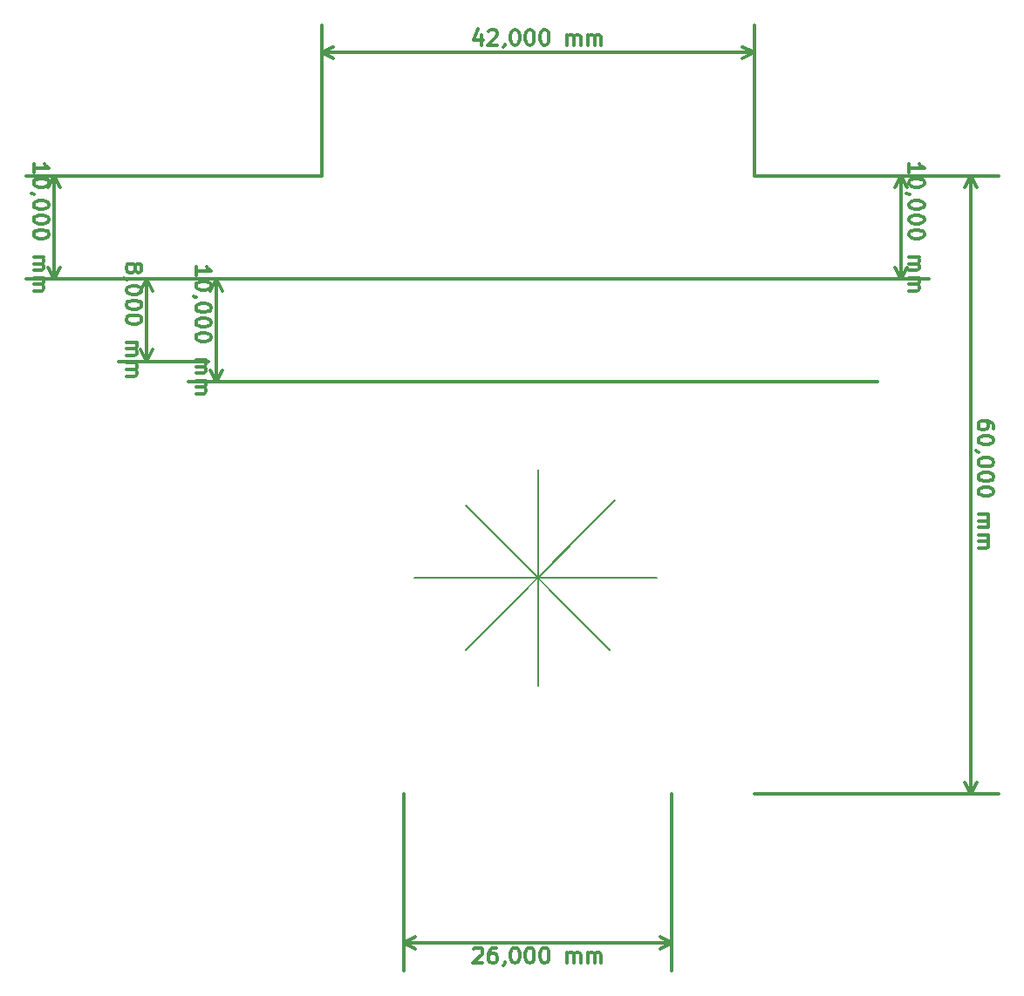
<source format=gbr>
G04 (created by PCBNEW (2013-07-07 BZR 4022)-stable) date 7.12.2014. 23:29:36*
%MOIN*%
G04 Gerber Fmt 3.4, Leading zero omitted, Abs format*
%FSLAX34Y34*%
G01*
G70*
G90*
G04 APERTURE LIST*
%ADD10C,0.00590551*%
%ADD11C,0.011811*%
%ADD12C,0.00787402*%
G04 APERTURE END LIST*
G54D10*
G54D11*
X5036Y-12556D02*
X5036Y-12218D01*
X5036Y-12387D02*
X5627Y-12387D01*
X5542Y-12331D01*
X5486Y-12275D01*
X5458Y-12218D01*
X5627Y-12921D02*
X5627Y-12978D01*
X5598Y-13034D01*
X5570Y-13062D01*
X5514Y-13090D01*
X5402Y-13118D01*
X5261Y-13118D01*
X5149Y-13090D01*
X5092Y-13062D01*
X5064Y-13034D01*
X5036Y-12978D01*
X5036Y-12921D01*
X5064Y-12865D01*
X5092Y-12837D01*
X5149Y-12809D01*
X5261Y-12781D01*
X5402Y-12781D01*
X5514Y-12809D01*
X5570Y-12837D01*
X5598Y-12865D01*
X5627Y-12921D01*
X5064Y-13399D02*
X5036Y-13399D01*
X4980Y-13371D01*
X4952Y-13343D01*
X5627Y-13765D02*
X5627Y-13821D01*
X5598Y-13877D01*
X5570Y-13906D01*
X5514Y-13934D01*
X5402Y-13962D01*
X5261Y-13962D01*
X5149Y-13934D01*
X5092Y-13906D01*
X5064Y-13877D01*
X5036Y-13821D01*
X5036Y-13765D01*
X5064Y-13709D01*
X5092Y-13681D01*
X5149Y-13652D01*
X5261Y-13624D01*
X5402Y-13624D01*
X5514Y-13652D01*
X5570Y-13681D01*
X5598Y-13709D01*
X5627Y-13765D01*
X5627Y-14327D02*
X5627Y-14384D01*
X5598Y-14440D01*
X5570Y-14468D01*
X5514Y-14496D01*
X5402Y-14524D01*
X5261Y-14524D01*
X5149Y-14496D01*
X5092Y-14468D01*
X5064Y-14440D01*
X5036Y-14384D01*
X5036Y-14327D01*
X5064Y-14271D01*
X5092Y-14243D01*
X5149Y-14215D01*
X5261Y-14187D01*
X5402Y-14187D01*
X5514Y-14215D01*
X5570Y-14243D01*
X5598Y-14271D01*
X5627Y-14327D01*
X5627Y-14890D02*
X5627Y-14946D01*
X5598Y-15002D01*
X5570Y-15030D01*
X5514Y-15059D01*
X5402Y-15087D01*
X5261Y-15087D01*
X5149Y-15059D01*
X5092Y-15030D01*
X5064Y-15002D01*
X5036Y-14946D01*
X5036Y-14890D01*
X5064Y-14834D01*
X5092Y-14805D01*
X5149Y-14777D01*
X5261Y-14749D01*
X5402Y-14749D01*
X5514Y-14777D01*
X5570Y-14805D01*
X5598Y-14834D01*
X5627Y-14890D01*
X5036Y-15790D02*
X5430Y-15790D01*
X5374Y-15790D02*
X5402Y-15818D01*
X5430Y-15874D01*
X5430Y-15958D01*
X5402Y-16015D01*
X5345Y-16043D01*
X5036Y-16043D01*
X5345Y-16043D02*
X5402Y-16071D01*
X5430Y-16127D01*
X5430Y-16212D01*
X5402Y-16268D01*
X5345Y-16296D01*
X5036Y-16296D01*
X5036Y-16577D02*
X5430Y-16577D01*
X5374Y-16577D02*
X5402Y-16605D01*
X5430Y-16661D01*
X5430Y-16746D01*
X5402Y-16802D01*
X5345Y-16830D01*
X5036Y-16830D01*
X5345Y-16830D02*
X5402Y-16858D01*
X5430Y-16915D01*
X5430Y-16999D01*
X5402Y-17055D01*
X5345Y-17083D01*
X5036Y-17083D01*
X5807Y-12696D02*
X5807Y-16633D01*
X31102Y-12696D02*
X4744Y-12696D01*
X31102Y-16633D02*
X4744Y-16633D01*
X5807Y-16633D02*
X5576Y-16190D01*
X5807Y-16633D02*
X6037Y-16190D01*
X5807Y-12696D02*
X5576Y-13140D01*
X5807Y-12696D02*
X6037Y-13140D01*
X32280Y-8619D02*
X32280Y-8281D01*
X32280Y-8450D02*
X32871Y-8450D01*
X32786Y-8394D01*
X32730Y-8338D01*
X32702Y-8281D01*
X32871Y-8984D02*
X32871Y-9041D01*
X32843Y-9097D01*
X32814Y-9125D01*
X32758Y-9153D01*
X32646Y-9181D01*
X32505Y-9181D01*
X32393Y-9153D01*
X32336Y-9125D01*
X32308Y-9097D01*
X32280Y-9041D01*
X32280Y-8984D01*
X32308Y-8928D01*
X32336Y-8900D01*
X32393Y-8872D01*
X32505Y-8844D01*
X32646Y-8844D01*
X32758Y-8872D01*
X32814Y-8900D01*
X32843Y-8928D01*
X32871Y-8984D01*
X32308Y-9462D02*
X32280Y-9462D01*
X32224Y-9434D01*
X32196Y-9406D01*
X32871Y-9828D02*
X32871Y-9884D01*
X32843Y-9940D01*
X32814Y-9969D01*
X32758Y-9997D01*
X32646Y-10025D01*
X32505Y-10025D01*
X32393Y-9997D01*
X32336Y-9969D01*
X32308Y-9940D01*
X32280Y-9884D01*
X32280Y-9828D01*
X32308Y-9772D01*
X32336Y-9744D01*
X32393Y-9715D01*
X32505Y-9687D01*
X32646Y-9687D01*
X32758Y-9715D01*
X32814Y-9744D01*
X32843Y-9772D01*
X32871Y-9828D01*
X32871Y-10390D02*
X32871Y-10447D01*
X32843Y-10503D01*
X32814Y-10531D01*
X32758Y-10559D01*
X32646Y-10587D01*
X32505Y-10587D01*
X32393Y-10559D01*
X32336Y-10531D01*
X32308Y-10503D01*
X32280Y-10447D01*
X32280Y-10390D01*
X32308Y-10334D01*
X32336Y-10306D01*
X32393Y-10278D01*
X32505Y-10250D01*
X32646Y-10250D01*
X32758Y-10278D01*
X32814Y-10306D01*
X32843Y-10334D01*
X32871Y-10390D01*
X32871Y-10953D02*
X32871Y-11009D01*
X32843Y-11065D01*
X32814Y-11093D01*
X32758Y-11122D01*
X32646Y-11150D01*
X32505Y-11150D01*
X32393Y-11122D01*
X32336Y-11093D01*
X32308Y-11065D01*
X32280Y-11009D01*
X32280Y-10953D01*
X32308Y-10897D01*
X32336Y-10868D01*
X32393Y-10840D01*
X32505Y-10812D01*
X32646Y-10812D01*
X32758Y-10840D01*
X32814Y-10868D01*
X32843Y-10897D01*
X32871Y-10953D01*
X32280Y-11853D02*
X32674Y-11853D01*
X32618Y-11853D02*
X32646Y-11881D01*
X32674Y-11937D01*
X32674Y-12021D01*
X32646Y-12078D01*
X32589Y-12106D01*
X32280Y-12106D01*
X32589Y-12106D02*
X32646Y-12134D01*
X32674Y-12190D01*
X32674Y-12275D01*
X32646Y-12331D01*
X32589Y-12359D01*
X32280Y-12359D01*
X32280Y-12640D02*
X32674Y-12640D01*
X32618Y-12640D02*
X32646Y-12668D01*
X32674Y-12724D01*
X32674Y-12809D01*
X32646Y-12865D01*
X32589Y-12893D01*
X32280Y-12893D01*
X32589Y-12893D02*
X32646Y-12921D01*
X32674Y-12978D01*
X32674Y-13062D01*
X32646Y-13118D01*
X32589Y-13146D01*
X32280Y-13146D01*
X31988Y-8759D02*
X31988Y-12696D01*
X31003Y-8759D02*
X33051Y-8759D01*
X31003Y-12696D02*
X33051Y-12696D01*
X31988Y-12696D02*
X31757Y-12253D01*
X31988Y-12696D02*
X32219Y-12253D01*
X31988Y-8759D02*
X31757Y-9203D01*
X31988Y-8759D02*
X32219Y-9203D01*
G54D12*
X15354Y-21358D02*
X20866Y-26870D01*
X18110Y-24114D02*
X15354Y-21358D01*
X21062Y-21161D02*
X15354Y-26870D01*
X18110Y-24114D02*
X21062Y-21161D01*
X18110Y-19980D02*
X18110Y-28248D01*
X13385Y-24114D02*
X22637Y-24114D01*
G54D11*
X-1164Y-8619D02*
X-1164Y-8281D01*
X-1164Y-8450D02*
X-573Y-8450D01*
X-658Y-8394D01*
X-714Y-8338D01*
X-742Y-8281D01*
X-573Y-8984D02*
X-573Y-9041D01*
X-601Y-9097D01*
X-629Y-9125D01*
X-686Y-9153D01*
X-798Y-9181D01*
X-939Y-9181D01*
X-1051Y-9153D01*
X-1107Y-9125D01*
X-1136Y-9097D01*
X-1164Y-9041D01*
X-1164Y-8984D01*
X-1136Y-8928D01*
X-1107Y-8900D01*
X-1051Y-8872D01*
X-939Y-8844D01*
X-798Y-8844D01*
X-686Y-8872D01*
X-629Y-8900D01*
X-601Y-8928D01*
X-573Y-8984D01*
X-1136Y-9462D02*
X-1164Y-9462D01*
X-1220Y-9434D01*
X-1248Y-9406D01*
X-573Y-9828D02*
X-573Y-9884D01*
X-601Y-9940D01*
X-629Y-9969D01*
X-686Y-9997D01*
X-798Y-10025D01*
X-939Y-10025D01*
X-1051Y-9997D01*
X-1107Y-9969D01*
X-1136Y-9940D01*
X-1164Y-9884D01*
X-1164Y-9828D01*
X-1136Y-9772D01*
X-1107Y-9744D01*
X-1051Y-9715D01*
X-939Y-9687D01*
X-798Y-9687D01*
X-686Y-9715D01*
X-629Y-9744D01*
X-601Y-9772D01*
X-573Y-9828D01*
X-573Y-10390D02*
X-573Y-10447D01*
X-601Y-10503D01*
X-629Y-10531D01*
X-686Y-10559D01*
X-798Y-10587D01*
X-939Y-10587D01*
X-1051Y-10559D01*
X-1107Y-10531D01*
X-1136Y-10503D01*
X-1164Y-10447D01*
X-1164Y-10390D01*
X-1136Y-10334D01*
X-1107Y-10306D01*
X-1051Y-10278D01*
X-939Y-10250D01*
X-798Y-10250D01*
X-686Y-10278D01*
X-629Y-10306D01*
X-601Y-10334D01*
X-573Y-10390D01*
X-573Y-10953D02*
X-573Y-11009D01*
X-601Y-11065D01*
X-629Y-11093D01*
X-686Y-11122D01*
X-798Y-11150D01*
X-939Y-11150D01*
X-1051Y-11122D01*
X-1107Y-11093D01*
X-1136Y-11065D01*
X-1164Y-11009D01*
X-1164Y-10953D01*
X-1136Y-10897D01*
X-1107Y-10868D01*
X-1051Y-10840D01*
X-939Y-10812D01*
X-798Y-10812D01*
X-686Y-10840D01*
X-629Y-10868D01*
X-601Y-10897D01*
X-573Y-10953D01*
X-1164Y-11853D02*
X-770Y-11853D01*
X-826Y-11853D02*
X-798Y-11881D01*
X-770Y-11937D01*
X-770Y-12021D01*
X-798Y-12078D01*
X-854Y-12106D01*
X-1164Y-12106D01*
X-854Y-12106D02*
X-798Y-12134D01*
X-770Y-12190D01*
X-770Y-12275D01*
X-798Y-12331D01*
X-854Y-12359D01*
X-1164Y-12359D01*
X-1164Y-12640D02*
X-770Y-12640D01*
X-826Y-12640D02*
X-798Y-12668D01*
X-770Y-12724D01*
X-770Y-12809D01*
X-798Y-12865D01*
X-854Y-12893D01*
X-1164Y-12893D01*
X-854Y-12893D02*
X-798Y-12921D01*
X-770Y-12978D01*
X-770Y-13062D01*
X-798Y-13118D01*
X-854Y-13146D01*
X-1164Y-13146D01*
X-393Y-8759D02*
X-393Y-12696D01*
X9842Y-8759D02*
X-1456Y-8759D01*
X9842Y-12696D02*
X-1456Y-12696D01*
X-393Y-12696D02*
X-624Y-12253D01*
X-393Y-12696D02*
X-162Y-12253D01*
X-393Y-8759D02*
X-624Y-9203D01*
X-393Y-8759D02*
X-162Y-9203D01*
X15663Y-38326D02*
X15691Y-38298D01*
X15748Y-38270D01*
X15888Y-38270D01*
X15944Y-38298D01*
X15973Y-38326D01*
X16001Y-38383D01*
X16001Y-38439D01*
X15973Y-38523D01*
X15635Y-38861D01*
X16001Y-38861D01*
X16507Y-38270D02*
X16394Y-38270D01*
X16338Y-38298D01*
X16310Y-38326D01*
X16254Y-38411D01*
X16226Y-38523D01*
X16226Y-38748D01*
X16254Y-38804D01*
X16282Y-38832D01*
X16338Y-38861D01*
X16451Y-38861D01*
X16507Y-38832D01*
X16535Y-38804D01*
X16563Y-38748D01*
X16563Y-38607D01*
X16535Y-38551D01*
X16507Y-38523D01*
X16451Y-38495D01*
X16338Y-38495D01*
X16282Y-38523D01*
X16254Y-38551D01*
X16226Y-38607D01*
X16844Y-38832D02*
X16844Y-38861D01*
X16816Y-38917D01*
X16788Y-38945D01*
X17210Y-38270D02*
X17266Y-38270D01*
X17322Y-38298D01*
X17350Y-38326D01*
X17379Y-38383D01*
X17407Y-38495D01*
X17407Y-38636D01*
X17379Y-38748D01*
X17350Y-38804D01*
X17322Y-38832D01*
X17266Y-38861D01*
X17210Y-38861D01*
X17154Y-38832D01*
X17125Y-38804D01*
X17097Y-38748D01*
X17069Y-38636D01*
X17069Y-38495D01*
X17097Y-38383D01*
X17125Y-38326D01*
X17154Y-38298D01*
X17210Y-38270D01*
X17772Y-38270D02*
X17829Y-38270D01*
X17885Y-38298D01*
X17913Y-38326D01*
X17941Y-38383D01*
X17969Y-38495D01*
X17969Y-38636D01*
X17941Y-38748D01*
X17913Y-38804D01*
X17885Y-38832D01*
X17829Y-38861D01*
X17772Y-38861D01*
X17716Y-38832D01*
X17688Y-38804D01*
X17660Y-38748D01*
X17632Y-38636D01*
X17632Y-38495D01*
X17660Y-38383D01*
X17688Y-38326D01*
X17716Y-38298D01*
X17772Y-38270D01*
X18335Y-38270D02*
X18391Y-38270D01*
X18447Y-38298D01*
X18475Y-38326D01*
X18503Y-38383D01*
X18532Y-38495D01*
X18532Y-38636D01*
X18503Y-38748D01*
X18475Y-38804D01*
X18447Y-38832D01*
X18391Y-38861D01*
X18335Y-38861D01*
X18278Y-38832D01*
X18250Y-38804D01*
X18222Y-38748D01*
X18194Y-38636D01*
X18194Y-38495D01*
X18222Y-38383D01*
X18250Y-38326D01*
X18278Y-38298D01*
X18335Y-38270D01*
X19235Y-38861D02*
X19235Y-38467D01*
X19235Y-38523D02*
X19263Y-38495D01*
X19319Y-38467D01*
X19403Y-38467D01*
X19460Y-38495D01*
X19488Y-38551D01*
X19488Y-38861D01*
X19488Y-38551D02*
X19516Y-38495D01*
X19572Y-38467D01*
X19656Y-38467D01*
X19713Y-38495D01*
X19741Y-38551D01*
X19741Y-38861D01*
X20022Y-38861D02*
X20022Y-38467D01*
X20022Y-38523D02*
X20050Y-38495D01*
X20106Y-38467D01*
X20191Y-38467D01*
X20247Y-38495D01*
X20275Y-38551D01*
X20275Y-38861D01*
X20275Y-38551D02*
X20303Y-38495D01*
X20359Y-38467D01*
X20444Y-38467D01*
X20500Y-38495D01*
X20528Y-38551D01*
X20528Y-38861D01*
X12992Y-38090D02*
X23228Y-38090D01*
X12992Y-32381D02*
X12992Y-39153D01*
X23228Y-32381D02*
X23228Y-39153D01*
X23228Y-38090D02*
X22784Y-38321D01*
X23228Y-38090D02*
X22784Y-37859D01*
X12992Y-38090D02*
X13435Y-38321D01*
X12992Y-38090D02*
X13435Y-37859D01*
X2716Y-12218D02*
X2744Y-12162D01*
X2772Y-12134D01*
X2829Y-12106D01*
X2857Y-12106D01*
X2913Y-12134D01*
X2941Y-12162D01*
X2969Y-12218D01*
X2969Y-12331D01*
X2941Y-12387D01*
X2913Y-12415D01*
X2857Y-12443D01*
X2829Y-12443D01*
X2772Y-12415D01*
X2744Y-12387D01*
X2716Y-12331D01*
X2716Y-12218D01*
X2688Y-12162D01*
X2660Y-12134D01*
X2604Y-12106D01*
X2491Y-12106D01*
X2435Y-12134D01*
X2407Y-12162D01*
X2379Y-12218D01*
X2379Y-12331D01*
X2407Y-12387D01*
X2435Y-12415D01*
X2491Y-12443D01*
X2604Y-12443D01*
X2660Y-12415D01*
X2688Y-12387D01*
X2716Y-12331D01*
X2407Y-12724D02*
X2379Y-12724D01*
X2322Y-12696D01*
X2294Y-12668D01*
X2969Y-13090D02*
X2969Y-13146D01*
X2941Y-13203D01*
X2913Y-13231D01*
X2857Y-13259D01*
X2744Y-13287D01*
X2604Y-13287D01*
X2491Y-13259D01*
X2435Y-13231D01*
X2407Y-13203D01*
X2379Y-13146D01*
X2379Y-13090D01*
X2407Y-13034D01*
X2435Y-13006D01*
X2491Y-12978D01*
X2604Y-12949D01*
X2744Y-12949D01*
X2857Y-12978D01*
X2913Y-13006D01*
X2941Y-13034D01*
X2969Y-13090D01*
X2969Y-13652D02*
X2969Y-13709D01*
X2941Y-13765D01*
X2913Y-13793D01*
X2857Y-13821D01*
X2744Y-13849D01*
X2604Y-13849D01*
X2491Y-13821D01*
X2435Y-13793D01*
X2407Y-13765D01*
X2379Y-13709D01*
X2379Y-13652D01*
X2407Y-13596D01*
X2435Y-13568D01*
X2491Y-13540D01*
X2604Y-13512D01*
X2744Y-13512D01*
X2857Y-13540D01*
X2913Y-13568D01*
X2941Y-13596D01*
X2969Y-13652D01*
X2969Y-14215D02*
X2969Y-14271D01*
X2941Y-14327D01*
X2913Y-14356D01*
X2857Y-14384D01*
X2744Y-14412D01*
X2604Y-14412D01*
X2491Y-14384D01*
X2435Y-14356D01*
X2407Y-14327D01*
X2379Y-14271D01*
X2379Y-14215D01*
X2407Y-14159D01*
X2435Y-14131D01*
X2491Y-14102D01*
X2604Y-14074D01*
X2744Y-14074D01*
X2857Y-14102D01*
X2913Y-14131D01*
X2941Y-14159D01*
X2969Y-14215D01*
X2379Y-15115D02*
X2772Y-15115D01*
X2716Y-15115D02*
X2744Y-15143D01*
X2772Y-15199D01*
X2772Y-15284D01*
X2744Y-15340D01*
X2688Y-15368D01*
X2379Y-15368D01*
X2688Y-15368D02*
X2744Y-15396D01*
X2772Y-15452D01*
X2772Y-15537D01*
X2744Y-15593D01*
X2688Y-15621D01*
X2379Y-15621D01*
X2379Y-15902D02*
X2772Y-15902D01*
X2716Y-15902D02*
X2744Y-15930D01*
X2772Y-15987D01*
X2772Y-16071D01*
X2744Y-16127D01*
X2688Y-16155D01*
X2379Y-16155D01*
X2688Y-16155D02*
X2744Y-16183D01*
X2772Y-16240D01*
X2772Y-16324D01*
X2744Y-16380D01*
X2688Y-16408D01*
X2379Y-16408D01*
X3149Y-12696D02*
X3149Y-15846D01*
X5511Y-12696D02*
X2086Y-12696D01*
X5511Y-15846D02*
X2086Y-15846D01*
X3149Y-15846D02*
X2918Y-15402D01*
X3149Y-15846D02*
X3380Y-15402D01*
X3149Y-12696D02*
X2918Y-13140D01*
X3149Y-12696D02*
X3380Y-13140D01*
X35528Y-18405D02*
X35528Y-18293D01*
X35500Y-18236D01*
X35472Y-18208D01*
X35388Y-18152D01*
X35275Y-18124D01*
X35050Y-18124D01*
X34994Y-18152D01*
X34966Y-18180D01*
X34938Y-18236D01*
X34938Y-18349D01*
X34966Y-18405D01*
X34994Y-18433D01*
X35050Y-18461D01*
X35191Y-18461D01*
X35247Y-18433D01*
X35275Y-18405D01*
X35303Y-18349D01*
X35303Y-18236D01*
X35275Y-18180D01*
X35247Y-18152D01*
X35191Y-18124D01*
X35528Y-18827D02*
X35528Y-18883D01*
X35500Y-18939D01*
X35472Y-18967D01*
X35416Y-18996D01*
X35303Y-19024D01*
X35163Y-19024D01*
X35050Y-18996D01*
X34994Y-18967D01*
X34966Y-18939D01*
X34938Y-18883D01*
X34938Y-18827D01*
X34966Y-18771D01*
X34994Y-18742D01*
X35050Y-18714D01*
X35163Y-18686D01*
X35303Y-18686D01*
X35416Y-18714D01*
X35472Y-18742D01*
X35500Y-18771D01*
X35528Y-18827D01*
X34966Y-19305D02*
X34938Y-19305D01*
X34881Y-19277D01*
X34853Y-19249D01*
X35528Y-19670D02*
X35528Y-19727D01*
X35500Y-19783D01*
X35472Y-19811D01*
X35416Y-19839D01*
X35303Y-19867D01*
X35163Y-19867D01*
X35050Y-19839D01*
X34994Y-19811D01*
X34966Y-19783D01*
X34938Y-19727D01*
X34938Y-19670D01*
X34966Y-19614D01*
X34994Y-19586D01*
X35050Y-19558D01*
X35163Y-19530D01*
X35303Y-19530D01*
X35416Y-19558D01*
X35472Y-19586D01*
X35500Y-19614D01*
X35528Y-19670D01*
X35528Y-20233D02*
X35528Y-20289D01*
X35500Y-20345D01*
X35472Y-20374D01*
X35416Y-20402D01*
X35303Y-20430D01*
X35163Y-20430D01*
X35050Y-20402D01*
X34994Y-20374D01*
X34966Y-20345D01*
X34938Y-20289D01*
X34938Y-20233D01*
X34966Y-20177D01*
X34994Y-20149D01*
X35050Y-20120D01*
X35163Y-20092D01*
X35303Y-20092D01*
X35416Y-20120D01*
X35472Y-20149D01*
X35500Y-20177D01*
X35528Y-20233D01*
X35528Y-20795D02*
X35528Y-20852D01*
X35500Y-20908D01*
X35472Y-20936D01*
X35416Y-20964D01*
X35303Y-20992D01*
X35163Y-20992D01*
X35050Y-20964D01*
X34994Y-20936D01*
X34966Y-20908D01*
X34938Y-20852D01*
X34938Y-20795D01*
X34966Y-20739D01*
X34994Y-20711D01*
X35050Y-20683D01*
X35163Y-20655D01*
X35303Y-20655D01*
X35416Y-20683D01*
X35472Y-20711D01*
X35500Y-20739D01*
X35528Y-20795D01*
X34938Y-21695D02*
X35331Y-21695D01*
X35275Y-21695D02*
X35303Y-21723D01*
X35331Y-21780D01*
X35331Y-21864D01*
X35303Y-21920D01*
X35247Y-21948D01*
X34938Y-21948D01*
X35247Y-21948D02*
X35303Y-21976D01*
X35331Y-22033D01*
X35331Y-22117D01*
X35303Y-22173D01*
X35247Y-22201D01*
X34938Y-22201D01*
X34938Y-22483D02*
X35331Y-22483D01*
X35275Y-22483D02*
X35303Y-22511D01*
X35331Y-22567D01*
X35331Y-22651D01*
X35303Y-22708D01*
X35247Y-22736D01*
X34938Y-22736D01*
X35247Y-22736D02*
X35303Y-22764D01*
X35331Y-22820D01*
X35331Y-22904D01*
X35303Y-22961D01*
X35247Y-22989D01*
X34938Y-22989D01*
X34645Y-8759D02*
X34645Y-32381D01*
X26377Y-8759D02*
X35708Y-8759D01*
X26377Y-32381D02*
X35708Y-32381D01*
X34645Y-32381D02*
X34414Y-31938D01*
X34645Y-32381D02*
X34876Y-31938D01*
X34645Y-8759D02*
X34414Y-9203D01*
X34645Y-8759D02*
X34876Y-9203D01*
X15944Y-3349D02*
X15944Y-3742D01*
X15804Y-3124D02*
X15663Y-3546D01*
X16029Y-3546D01*
X16226Y-3208D02*
X16254Y-3180D01*
X16310Y-3152D01*
X16451Y-3152D01*
X16507Y-3180D01*
X16535Y-3208D01*
X16563Y-3264D01*
X16563Y-3321D01*
X16535Y-3405D01*
X16197Y-3742D01*
X16563Y-3742D01*
X16844Y-3714D02*
X16844Y-3742D01*
X16816Y-3799D01*
X16788Y-3827D01*
X17210Y-3152D02*
X17266Y-3152D01*
X17322Y-3180D01*
X17350Y-3208D01*
X17379Y-3264D01*
X17407Y-3377D01*
X17407Y-3517D01*
X17379Y-3630D01*
X17350Y-3686D01*
X17322Y-3714D01*
X17266Y-3742D01*
X17210Y-3742D01*
X17154Y-3714D01*
X17125Y-3686D01*
X17097Y-3630D01*
X17069Y-3517D01*
X17069Y-3377D01*
X17097Y-3264D01*
X17125Y-3208D01*
X17154Y-3180D01*
X17210Y-3152D01*
X17772Y-3152D02*
X17829Y-3152D01*
X17885Y-3180D01*
X17913Y-3208D01*
X17941Y-3264D01*
X17969Y-3377D01*
X17969Y-3517D01*
X17941Y-3630D01*
X17913Y-3686D01*
X17885Y-3714D01*
X17829Y-3742D01*
X17772Y-3742D01*
X17716Y-3714D01*
X17688Y-3686D01*
X17660Y-3630D01*
X17632Y-3517D01*
X17632Y-3377D01*
X17660Y-3264D01*
X17688Y-3208D01*
X17716Y-3180D01*
X17772Y-3152D01*
X18335Y-3152D02*
X18391Y-3152D01*
X18447Y-3180D01*
X18475Y-3208D01*
X18503Y-3264D01*
X18532Y-3377D01*
X18532Y-3517D01*
X18503Y-3630D01*
X18475Y-3686D01*
X18447Y-3714D01*
X18391Y-3742D01*
X18335Y-3742D01*
X18278Y-3714D01*
X18250Y-3686D01*
X18222Y-3630D01*
X18194Y-3517D01*
X18194Y-3377D01*
X18222Y-3264D01*
X18250Y-3208D01*
X18278Y-3180D01*
X18335Y-3152D01*
X19235Y-3742D02*
X19235Y-3349D01*
X19235Y-3405D02*
X19263Y-3377D01*
X19319Y-3349D01*
X19403Y-3349D01*
X19460Y-3377D01*
X19488Y-3433D01*
X19488Y-3742D01*
X19488Y-3433D02*
X19516Y-3377D01*
X19572Y-3349D01*
X19656Y-3349D01*
X19713Y-3377D01*
X19741Y-3433D01*
X19741Y-3742D01*
X20022Y-3742D02*
X20022Y-3349D01*
X20022Y-3405D02*
X20050Y-3377D01*
X20106Y-3349D01*
X20191Y-3349D01*
X20247Y-3377D01*
X20275Y-3433D01*
X20275Y-3742D01*
X20275Y-3433D02*
X20303Y-3377D01*
X20359Y-3349D01*
X20444Y-3349D01*
X20500Y-3377D01*
X20528Y-3433D01*
X20528Y-3742D01*
X9842Y-4035D02*
X26377Y-4035D01*
X9842Y-8759D02*
X9842Y-2972D01*
X26377Y-8759D02*
X26377Y-2972D01*
X26377Y-4035D02*
X25934Y-4266D01*
X26377Y-4035D02*
X25934Y-3804D01*
X9842Y-4035D02*
X10286Y-4266D01*
X9842Y-4035D02*
X10286Y-3804D01*
M02*

</source>
